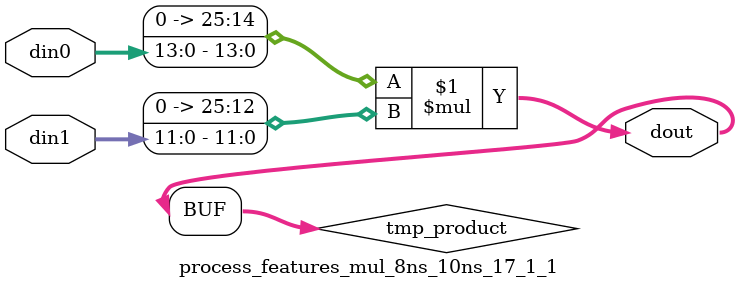
<source format=v>

`timescale 1 ns / 1 ps

 module process_features_mul_8ns_10ns_17_1_1(din0, din1, dout);
parameter ID = 1;
parameter NUM_STAGE = 0;
parameter din0_WIDTH = 14;
parameter din1_WIDTH = 12;
parameter dout_WIDTH = 26;

input [din0_WIDTH - 1 : 0] din0; 
input [din1_WIDTH - 1 : 0] din1; 
output [dout_WIDTH - 1 : 0] dout;

wire signed [dout_WIDTH - 1 : 0] tmp_product;
























assign tmp_product = $signed({1'b0, din0}) * $signed({1'b0, din1});











assign dout = tmp_product;





















endmodule

</source>
